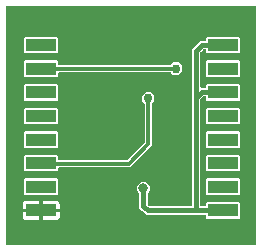
<source format=gbl>
G04 EAGLE Gerber RS-274X export*
G75*
%MOMM*%
%FSLAX34Y34*%
%LPD*%
%INBottom Copper*%
%IPPOS*%
%AMOC8*
5,1,8,0,0,1.08239X$1,22.5*%
G01*
%ADD10R,2.600000X1.100000*%
%ADD11C,0.756400*%
%ADD12C,0.152400*%
%ADD13C,0.406400*%
%ADD14C,0.806400*%
%ADD15C,0.304800*%

G36*
X200020Y-10758D02*
X200020Y-10758D01*
X200039Y-10760D01*
X200141Y-10738D01*
X200243Y-10722D01*
X200260Y-10712D01*
X200280Y-10708D01*
X200369Y-10655D01*
X200460Y-10606D01*
X200474Y-10592D01*
X200491Y-10582D01*
X200558Y-10503D01*
X200630Y-10428D01*
X200638Y-10410D01*
X200651Y-10395D01*
X200690Y-10299D01*
X200733Y-10205D01*
X200735Y-10185D01*
X200743Y-10167D01*
X200761Y-10000D01*
X200761Y191166D01*
X200758Y191186D01*
X200760Y191206D01*
X200738Y191307D01*
X200722Y191409D01*
X200712Y191426D01*
X200708Y191446D01*
X200655Y191535D01*
X200606Y191626D01*
X200592Y191640D01*
X200582Y191657D01*
X200503Y191724D01*
X200428Y191796D01*
X200410Y191804D01*
X200395Y191817D01*
X200299Y191856D01*
X200205Y191899D01*
X200185Y191901D01*
X200167Y191909D01*
X200000Y191927D01*
X-10000Y191927D01*
X-10020Y191924D01*
X-10039Y191926D01*
X-10141Y191904D01*
X-10243Y191888D01*
X-10260Y191878D01*
X-10280Y191874D01*
X-10369Y191821D01*
X-10460Y191773D01*
X-10474Y191758D01*
X-10491Y191748D01*
X-10558Y191669D01*
X-10630Y191594D01*
X-10638Y191576D01*
X-10651Y191561D01*
X-10690Y191465D01*
X-10733Y191371D01*
X-10735Y191351D01*
X-10743Y191333D01*
X-10761Y191166D01*
X-10761Y-10000D01*
X-10758Y-10020D01*
X-10760Y-10039D01*
X-10738Y-10141D01*
X-10722Y-10243D01*
X-10712Y-10260D01*
X-10708Y-10280D01*
X-10655Y-10369D01*
X-10606Y-10460D01*
X-10592Y-10474D01*
X-10582Y-10491D01*
X-10503Y-10558D01*
X-10428Y-10630D01*
X-10410Y-10638D01*
X-10395Y-10651D01*
X-10299Y-10690D01*
X-10205Y-10733D01*
X-10185Y-10735D01*
X-10167Y-10743D01*
X-10000Y-10761D01*
X200000Y-10761D01*
X200020Y-10758D01*
G37*
%LPC*%
G36*
X159174Y11523D02*
X159174Y11523D01*
X158281Y12416D01*
X158281Y14230D01*
X158278Y14249D01*
X158280Y14269D01*
X158258Y14370D01*
X158241Y14473D01*
X158232Y14490D01*
X158228Y14510D01*
X158175Y14599D01*
X158126Y14690D01*
X158112Y14704D01*
X158102Y14721D01*
X158023Y14788D01*
X157948Y14859D01*
X157930Y14868D01*
X157915Y14881D01*
X157819Y14919D01*
X157725Y14963D01*
X157705Y14965D01*
X157687Y14973D01*
X157520Y14991D01*
X149808Y14991D01*
X149805Y14992D01*
X149772Y14991D01*
X149700Y14999D01*
X108893Y14999D01*
X108888Y14998D01*
X108882Y14999D01*
X107410Y14978D01*
X106368Y16019D01*
X106365Y16022D01*
X106360Y16027D01*
X104060Y18261D01*
X103989Y18310D01*
X103924Y18366D01*
X103914Y18370D01*
X102788Y19496D01*
X102784Y19499D01*
X102780Y19504D01*
X101724Y20529D01*
X101724Y22002D01*
X101723Y22006D01*
X101724Y22013D01*
X101701Y23605D01*
X101706Y23618D01*
X101711Y23667D01*
X101718Y23692D01*
X101717Y23722D01*
X101724Y23785D01*
X101724Y32663D01*
X101709Y32754D01*
X101702Y32844D01*
X101690Y32874D01*
X101684Y32906D01*
X101642Y32987D01*
X101606Y33071D01*
X101580Y33103D01*
X101569Y33124D01*
X101546Y33146D01*
X101501Y33202D01*
X100570Y34133D01*
X99724Y36175D01*
X99724Y38386D01*
X100570Y40428D01*
X102133Y41991D01*
X104176Y42837D01*
X106386Y42837D01*
X108429Y41991D01*
X109992Y40428D01*
X110838Y38386D01*
X110838Y36175D01*
X109992Y34133D01*
X109061Y33202D01*
X109007Y33128D01*
X108948Y33058D01*
X108936Y33028D01*
X108917Y33002D01*
X108890Y32915D01*
X108856Y32830D01*
X108852Y32789D01*
X108845Y32767D01*
X108846Y32735D01*
X108838Y32663D01*
X108838Y23859D01*
X108853Y23763D01*
X108862Y23667D01*
X108873Y23642D01*
X108877Y23616D01*
X108923Y23531D01*
X108962Y23442D01*
X108983Y23416D01*
X108992Y23399D01*
X109016Y23376D01*
X109069Y23313D01*
X110083Y22328D01*
X110153Y22279D01*
X110218Y22223D01*
X110253Y22209D01*
X110285Y22187D01*
X110367Y22163D01*
X110446Y22131D01*
X110495Y22126D01*
X110521Y22118D01*
X110551Y22120D01*
X110613Y22113D01*
X145713Y22113D01*
X145733Y22116D01*
X145752Y22114D01*
X145854Y22136D01*
X145956Y22152D01*
X145973Y22162D01*
X145993Y22166D01*
X146082Y22219D01*
X146173Y22268D01*
X146187Y22282D01*
X146204Y22292D01*
X146271Y22371D01*
X146342Y22446D01*
X146351Y22464D01*
X146364Y22479D01*
X146402Y22575D01*
X146446Y22669D01*
X146448Y22689D01*
X146456Y22707D01*
X146474Y22874D01*
X146474Y103181D01*
X146459Y103271D01*
X146452Y103362D01*
X146443Y103383D01*
X146443Y155379D01*
X153117Y162053D01*
X157520Y162053D01*
X157540Y162056D01*
X157559Y162054D01*
X157661Y162076D01*
X157763Y162092D01*
X157780Y162102D01*
X157800Y162106D01*
X157889Y162159D01*
X157980Y162208D01*
X157994Y162222D01*
X158011Y162232D01*
X158078Y162311D01*
X158149Y162386D01*
X158158Y162404D01*
X158171Y162419D01*
X158209Y162515D01*
X158253Y162609D01*
X158255Y162629D01*
X158263Y162647D01*
X158281Y162814D01*
X158281Y164679D01*
X159174Y165572D01*
X186437Y165572D01*
X187331Y164679D01*
X187331Y152416D01*
X186437Y151523D01*
X159174Y151523D01*
X158281Y152416D01*
X158281Y154178D01*
X158278Y154198D01*
X158280Y154217D01*
X158258Y154319D01*
X158241Y154421D01*
X158232Y154438D01*
X158228Y154458D01*
X158175Y154547D01*
X158126Y154638D01*
X158112Y154652D01*
X158102Y154669D01*
X158023Y154736D01*
X157948Y154808D01*
X157930Y154816D01*
X157915Y154829D01*
X157819Y154868D01*
X157725Y154911D01*
X157705Y154913D01*
X157687Y154921D01*
X157520Y154939D01*
X156379Y154939D01*
X156289Y154925D01*
X156198Y154917D01*
X156168Y154905D01*
X156136Y154900D01*
X156056Y154857D01*
X155972Y154821D01*
X155940Y154795D01*
X155919Y154784D01*
X155897Y154761D01*
X155841Y154716D01*
X153780Y152655D01*
X153733Y152591D01*
X153718Y152574D01*
X153714Y152567D01*
X153667Y152512D01*
X153655Y152482D01*
X153636Y152456D01*
X153609Y152369D01*
X153575Y152284D01*
X153571Y152243D01*
X153564Y152221D01*
X153565Y152188D01*
X153557Y152117D01*
X153557Y123190D01*
X153558Y123182D01*
X153558Y123179D01*
X153560Y123170D01*
X153558Y123151D01*
X153580Y123049D01*
X153596Y122947D01*
X153606Y122930D01*
X153610Y122910D01*
X153663Y122821D01*
X153712Y122730D01*
X153726Y122716D01*
X153736Y122699D01*
X153815Y122632D01*
X153890Y122560D01*
X153908Y122552D01*
X153923Y122539D01*
X154019Y122500D01*
X154113Y122457D01*
X154133Y122455D01*
X154151Y122447D01*
X154318Y122429D01*
X157520Y122429D01*
X157540Y122432D01*
X157559Y122430D01*
X157661Y122452D01*
X157763Y122468D01*
X157780Y122478D01*
X157800Y122482D01*
X157889Y122535D01*
X157980Y122584D01*
X157994Y122598D01*
X158011Y122608D01*
X158078Y122687D01*
X158149Y122762D01*
X158158Y122780D01*
X158171Y122795D01*
X158209Y122891D01*
X158253Y122985D01*
X158255Y123005D01*
X158263Y123023D01*
X158281Y123190D01*
X158281Y124679D01*
X159174Y125572D01*
X186437Y125572D01*
X187331Y124679D01*
X187331Y112416D01*
X186437Y111523D01*
X159174Y111523D01*
X158281Y112416D01*
X158281Y114554D01*
X158278Y114574D01*
X158280Y114593D01*
X158258Y114695D01*
X158241Y114797D01*
X158232Y114814D01*
X158228Y114834D01*
X158175Y114923D01*
X158126Y115014D01*
X158112Y115028D01*
X158102Y115045D01*
X158023Y115112D01*
X157948Y115184D01*
X157930Y115192D01*
X157915Y115205D01*
X157819Y115244D01*
X157725Y115287D01*
X157705Y115289D01*
X157687Y115297D01*
X157520Y115315D01*
X156676Y115315D01*
X156586Y115301D01*
X156495Y115293D01*
X156465Y115281D01*
X156433Y115276D01*
X156352Y115233D01*
X156268Y115197D01*
X156236Y115171D01*
X156216Y115160D01*
X156193Y115137D01*
X156138Y115092D01*
X153780Y112734D01*
X153727Y112661D01*
X153667Y112591D01*
X153655Y112561D01*
X153636Y112535D01*
X153609Y112448D01*
X153575Y112363D01*
X153571Y112322D01*
X153564Y112300D01*
X153565Y112267D01*
X153557Y112196D01*
X153557Y106789D01*
X153571Y106698D01*
X153579Y106608D01*
X153588Y106586D01*
X153588Y22874D01*
X153591Y22854D01*
X153589Y22834D01*
X153611Y22733D01*
X153627Y22631D01*
X153637Y22614D01*
X153641Y22594D01*
X153694Y22505D01*
X153742Y22414D01*
X153757Y22400D01*
X153767Y22383D01*
X153846Y22316D01*
X153921Y22244D01*
X153939Y22236D01*
X153954Y22223D01*
X154050Y22184D01*
X154144Y22141D01*
X154164Y22139D01*
X154182Y22131D01*
X154349Y22113D01*
X157520Y22113D01*
X157540Y22116D01*
X157559Y22114D01*
X157661Y22136D01*
X157763Y22152D01*
X157780Y22162D01*
X157800Y22166D01*
X157889Y22219D01*
X157980Y22268D01*
X157994Y22282D01*
X158011Y22292D01*
X158078Y22371D01*
X158149Y22446D01*
X158158Y22464D01*
X158171Y22479D01*
X158209Y22575D01*
X158253Y22669D01*
X158255Y22689D01*
X158263Y22707D01*
X158281Y22874D01*
X158281Y24679D01*
X159174Y25572D01*
X186437Y25572D01*
X187331Y24679D01*
X187331Y12416D01*
X186437Y11523D01*
X159174Y11523D01*
G37*
%LPD*%
%LPC*%
G36*
X5174Y51523D02*
X5174Y51523D01*
X4281Y52416D01*
X4281Y64679D01*
X5174Y65572D01*
X32437Y65572D01*
X33331Y64679D01*
X33331Y61722D01*
X33334Y61702D01*
X33332Y61683D01*
X33354Y61581D01*
X33370Y61479D01*
X33380Y61462D01*
X33384Y61442D01*
X33437Y61353D01*
X33485Y61262D01*
X33500Y61248D01*
X33510Y61231D01*
X33589Y61164D01*
X33664Y61092D01*
X33682Y61084D01*
X33697Y61071D01*
X33793Y61032D01*
X33887Y60989D01*
X33907Y60987D01*
X33925Y60979D01*
X34092Y60961D01*
X91334Y60961D01*
X91424Y60975D01*
X91515Y60983D01*
X91545Y60995D01*
X91577Y61000D01*
X91657Y61043D01*
X91741Y61079D01*
X91773Y61105D01*
X91794Y61116D01*
X91816Y61139D01*
X91872Y61184D01*
X106080Y75392D01*
X106133Y75466D01*
X106193Y75535D01*
X106205Y75565D01*
X106224Y75591D01*
X106250Y75678D01*
X106285Y75763D01*
X106289Y75804D01*
X106296Y75827D01*
X106295Y75859D01*
X106303Y75930D01*
X106303Y108683D01*
X106288Y108773D01*
X106281Y108864D01*
X106269Y108894D01*
X106263Y108926D01*
X106221Y109007D01*
X106185Y109090D01*
X106159Y109123D01*
X106148Y109143D01*
X106125Y109165D01*
X106080Y109221D01*
X104045Y111256D01*
X104045Y115653D01*
X107154Y118761D01*
X111550Y118761D01*
X114659Y115653D01*
X114659Y111256D01*
X112624Y109221D01*
X112570Y109147D01*
X112511Y109078D01*
X112499Y109048D01*
X112480Y109022D01*
X112453Y108935D01*
X112419Y108850D01*
X112414Y108809D01*
X112408Y108787D01*
X112408Y108754D01*
X112401Y108683D01*
X112401Y73089D01*
X94175Y54863D01*
X34092Y54863D01*
X34072Y54860D01*
X34052Y54862D01*
X33951Y54840D01*
X33849Y54824D01*
X33832Y54814D01*
X33812Y54810D01*
X33723Y54757D01*
X33632Y54708D01*
X33618Y54694D01*
X33601Y54684D01*
X33534Y54605D01*
X33462Y54530D01*
X33454Y54512D01*
X33441Y54497D01*
X33402Y54401D01*
X33359Y54307D01*
X33357Y54287D01*
X33349Y54269D01*
X33331Y54102D01*
X33331Y52416D01*
X32437Y51523D01*
X5174Y51523D01*
G37*
%LPD*%
%LPC*%
G36*
X5174Y131523D02*
X5174Y131523D01*
X4281Y132416D01*
X4281Y144679D01*
X5174Y145572D01*
X32437Y145572D01*
X33331Y144679D01*
X33331Y142355D01*
X33334Y142335D01*
X33332Y142316D01*
X33354Y142215D01*
X33370Y142112D01*
X33380Y142095D01*
X33384Y142075D01*
X33437Y141986D01*
X33485Y141895D01*
X33500Y141881D01*
X33510Y141864D01*
X33589Y141797D01*
X33664Y141726D01*
X33682Y141717D01*
X33697Y141704D01*
X33793Y141666D01*
X33887Y141622D01*
X33907Y141620D01*
X33925Y141612D01*
X34092Y141594D01*
X127998Y141577D01*
X128088Y141592D01*
X128179Y141599D01*
X128209Y141612D01*
X128241Y141617D01*
X128322Y141660D01*
X128406Y141695D01*
X128438Y141721D01*
X128458Y141732D01*
X128480Y141755D01*
X128537Y141800D01*
X130700Y143964D01*
X135096Y143964D01*
X138205Y140855D01*
X138205Y136459D01*
X135096Y133350D01*
X130700Y133350D01*
X128793Y135257D01*
X128719Y135310D01*
X128650Y135369D01*
X128620Y135381D01*
X128593Y135400D01*
X128506Y135427D01*
X128422Y135461D01*
X128381Y135466D01*
X128358Y135473D01*
X128326Y135472D01*
X128255Y135480D01*
X34092Y135496D01*
X34072Y135493D01*
X34052Y135495D01*
X33951Y135473D01*
X33849Y135457D01*
X33832Y135447D01*
X33812Y135443D01*
X33723Y135390D01*
X33632Y135342D01*
X33618Y135327D01*
X33601Y135317D01*
X33534Y135238D01*
X33462Y135163D01*
X33454Y135145D01*
X33441Y135130D01*
X33402Y135034D01*
X33359Y134940D01*
X33357Y134920D01*
X33349Y134902D01*
X33331Y134735D01*
X33331Y132416D01*
X32437Y131523D01*
X5174Y131523D01*
G37*
%LPD*%
%LPC*%
G36*
X5174Y151523D02*
X5174Y151523D01*
X4281Y152416D01*
X4281Y164679D01*
X5174Y165572D01*
X32437Y165572D01*
X33331Y164679D01*
X33331Y152416D01*
X32437Y151523D01*
X5174Y151523D01*
G37*
%LPD*%
%LPC*%
G36*
X159174Y131523D02*
X159174Y131523D01*
X158281Y132416D01*
X158281Y144679D01*
X159174Y145572D01*
X186437Y145572D01*
X187331Y144679D01*
X187331Y132416D01*
X186437Y131523D01*
X159174Y131523D01*
G37*
%LPD*%
%LPC*%
G36*
X5174Y111523D02*
X5174Y111523D01*
X4281Y112416D01*
X4281Y124679D01*
X5174Y125572D01*
X32437Y125572D01*
X33331Y124679D01*
X33331Y112416D01*
X32437Y111523D01*
X5174Y111523D01*
G37*
%LPD*%
%LPC*%
G36*
X159174Y91523D02*
X159174Y91523D01*
X158281Y92416D01*
X158281Y104679D01*
X159174Y105572D01*
X186437Y105572D01*
X187331Y104679D01*
X187331Y92416D01*
X186437Y91523D01*
X159174Y91523D01*
G37*
%LPD*%
%LPC*%
G36*
X5174Y91523D02*
X5174Y91523D01*
X4281Y92416D01*
X4281Y104679D01*
X5174Y105572D01*
X32437Y105572D01*
X33331Y104679D01*
X33331Y92416D01*
X32437Y91523D01*
X5174Y91523D01*
G37*
%LPD*%
%LPC*%
G36*
X159174Y71523D02*
X159174Y71523D01*
X158281Y72416D01*
X158281Y84679D01*
X159174Y85572D01*
X186437Y85572D01*
X187331Y84679D01*
X187331Y72416D01*
X186437Y71523D01*
X159174Y71523D01*
G37*
%LPD*%
%LPC*%
G36*
X5174Y71523D02*
X5174Y71523D01*
X4281Y72416D01*
X4281Y84679D01*
X5174Y85572D01*
X32437Y85572D01*
X33331Y84679D01*
X33331Y72416D01*
X32437Y71523D01*
X5174Y71523D01*
G37*
%LPD*%
%LPC*%
G36*
X159174Y51523D02*
X159174Y51523D01*
X158281Y52416D01*
X158281Y64679D01*
X159174Y65572D01*
X186437Y65572D01*
X187331Y64679D01*
X187331Y52416D01*
X186437Y51523D01*
X159174Y51523D01*
G37*
%LPD*%
%LPC*%
G36*
X159174Y31523D02*
X159174Y31523D01*
X158281Y32416D01*
X158281Y44679D01*
X159174Y45572D01*
X186437Y45572D01*
X187331Y44679D01*
X187331Y32416D01*
X186437Y31523D01*
X159174Y31523D01*
G37*
%LPD*%
%LPC*%
G36*
X5174Y31523D02*
X5174Y31523D01*
X4281Y32416D01*
X4281Y44679D01*
X5174Y45572D01*
X32437Y45572D01*
X33331Y44679D01*
X33331Y32416D01*
X32437Y31523D01*
X5174Y31523D01*
G37*
%LPD*%
%LPC*%
G36*
X20329Y20071D02*
X20329Y20071D01*
X20329Y26588D01*
X32140Y26588D01*
X32787Y26415D01*
X33366Y26081D01*
X33839Y25608D01*
X34173Y25028D01*
X34347Y24382D01*
X34347Y20071D01*
X20329Y20071D01*
G37*
%LPD*%
%LPC*%
G36*
X3265Y20071D02*
X3265Y20071D01*
X3265Y24382D01*
X3438Y25028D01*
X3773Y25608D01*
X4246Y26081D01*
X4825Y26415D01*
X5471Y26588D01*
X17283Y26588D01*
X17283Y20071D01*
X3265Y20071D01*
G37*
%LPD*%
%LPC*%
G36*
X20329Y10507D02*
X20329Y10507D01*
X20329Y17025D01*
X34347Y17025D01*
X34347Y12713D01*
X34173Y12067D01*
X33839Y11488D01*
X33366Y11015D01*
X32787Y10680D01*
X32140Y10507D01*
X20329Y10507D01*
G37*
%LPD*%
%LPC*%
G36*
X5471Y10507D02*
X5471Y10507D01*
X4825Y10680D01*
X4246Y11015D01*
X3773Y11488D01*
X3438Y12067D01*
X3265Y12713D01*
X3265Y17025D01*
X17283Y17025D01*
X17283Y10507D01*
X5471Y10507D01*
G37*
%LPD*%
%LPC*%
G36*
X18805Y18547D02*
X18805Y18547D01*
X18805Y18549D01*
X18807Y18549D01*
X18807Y18547D01*
X18805Y18547D01*
G37*
%LPD*%
D10*
X172806Y158548D03*
X172806Y138548D03*
X172806Y118548D03*
X172806Y98548D03*
X172806Y78548D03*
X172806Y58548D03*
X172806Y38548D03*
X172806Y18548D03*
X18806Y18548D03*
X18806Y38548D03*
X18806Y58548D03*
X18806Y78548D03*
X18806Y98548D03*
X18806Y118548D03*
X18806Y138548D03*
X18806Y158548D03*
D11*
X71112Y38145D03*
X93513Y148223D03*
X132580Y75717D03*
X57976Y105616D03*
X37073Y150566D03*
X45000Y15000D03*
D12*
X172212Y19812D02*
X172806Y18548D01*
X172806Y118548D02*
X172212Y118872D01*
X172212Y158496D02*
X172806Y158548D01*
D13*
X150031Y20014D02*
X151497Y18548D01*
X172806Y18548D01*
X150031Y20014D02*
X150031Y104969D01*
X150000Y105000D01*
X150000Y113985D01*
X154887Y118872D02*
X172212Y118872D01*
X154887Y118872D02*
X150000Y113985D01*
X150000Y153906D01*
X154590Y158496D02*
X172212Y158496D01*
X154590Y158496D02*
X150000Y153906D01*
D14*
X105281Y37280D03*
D13*
X105281Y22033D01*
X108862Y18556D01*
X170215Y18556D01*
D15*
X172806Y18548D01*
D12*
X19812Y57912D02*
X18806Y58548D01*
D11*
X109352Y113455D03*
D15*
X109352Y74352D01*
X92912Y57912D02*
X19812Y57912D01*
X92912Y57912D02*
X109352Y74352D01*
X130196Y138528D02*
X18806Y138548D01*
X130196Y138528D02*
X132769Y138528D01*
X132898Y138657D01*
D11*
X132898Y138657D03*
X172823Y38648D03*
X172823Y58615D03*
M02*

</source>
